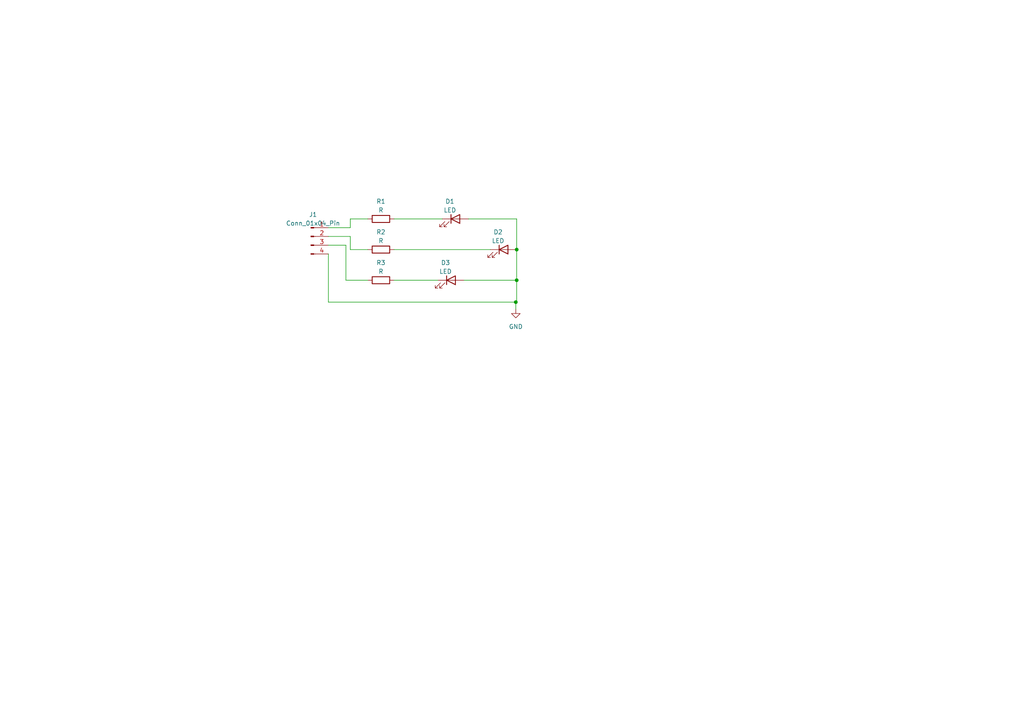
<source format=kicad_sch>
(kicad_sch (version 20230121) (generator eeschema)

  (uuid 1ca59ac0-ceb3-4433-99e2-26127921c805)

  (paper "A4")

  (title_block
    (date "2023-03-11")
  )

  (lib_symbols
    (symbol "Connector:Conn_01x04_Pin" (pin_names (offset 1.016) hide) (in_bom yes) (on_board yes)
      (property "Reference" "J" (at 0 5.08 0)
        (effects (font (size 1.27 1.27)))
      )
      (property "Value" "Conn_01x04_Pin" (at 0 -7.62 0)
        (effects (font (size 1.27 1.27)))
      )
      (property "Footprint" "" (at 0 0 0)
        (effects (font (size 1.27 1.27)) hide)
      )
      (property "Datasheet" "~" (at 0 0 0)
        (effects (font (size 1.27 1.27)) hide)
      )
      (property "ki_locked" "" (at 0 0 0)
        (effects (font (size 1.27 1.27)))
      )
      (property "ki_keywords" "connector" (at 0 0 0)
        (effects (font (size 1.27 1.27)) hide)
      )
      (property "ki_description" "Generic connector, single row, 01x04, script generated" (at 0 0 0)
        (effects (font (size 1.27 1.27)) hide)
      )
      (property "ki_fp_filters" "Connector*:*_1x??_*" (at 0 0 0)
        (effects (font (size 1.27 1.27)) hide)
      )
      (symbol "Conn_01x04_Pin_1_1"
        (polyline
          (pts
            (xy 1.27 -5.08)
            (xy 0.8636 -5.08)
          )
          (stroke (width 0.1524) (type default))
          (fill (type none))
        )
        (polyline
          (pts
            (xy 1.27 -2.54)
            (xy 0.8636 -2.54)
          )
          (stroke (width 0.1524) (type default))
          (fill (type none))
        )
        (polyline
          (pts
            (xy 1.27 0)
            (xy 0.8636 0)
          )
          (stroke (width 0.1524) (type default))
          (fill (type none))
        )
        (polyline
          (pts
            (xy 1.27 2.54)
            (xy 0.8636 2.54)
          )
          (stroke (width 0.1524) (type default))
          (fill (type none))
        )
        (rectangle (start 0.8636 -4.953) (end 0 -5.207)
          (stroke (width 0.1524) (type default))
          (fill (type outline))
        )
        (rectangle (start 0.8636 -2.413) (end 0 -2.667)
          (stroke (width 0.1524) (type default))
          (fill (type outline))
        )
        (rectangle (start 0.8636 0.127) (end 0 -0.127)
          (stroke (width 0.1524) (type default))
          (fill (type outline))
        )
        (rectangle (start 0.8636 2.667) (end 0 2.413)
          (stroke (width 0.1524) (type default))
          (fill (type outline))
        )
        (pin passive line (at 5.08 2.54 180) (length 3.81)
          (name "Pin_1" (effects (font (size 1.27 1.27))))
          (number "1" (effects (font (size 1.27 1.27))))
        )
        (pin passive line (at 5.08 0 180) (length 3.81)
          (name "Pin_2" (effects (font (size 1.27 1.27))))
          (number "2" (effects (font (size 1.27 1.27))))
        )
        (pin passive line (at 5.08 -2.54 180) (length 3.81)
          (name "Pin_3" (effects (font (size 1.27 1.27))))
          (number "3" (effects (font (size 1.27 1.27))))
        )
        (pin passive line (at 5.08 -5.08 180) (length 3.81)
          (name "Pin_4" (effects (font (size 1.27 1.27))))
          (number "4" (effects (font (size 1.27 1.27))))
        )
      )
    )
    (symbol "Device:LED" (pin_numbers hide) (pin_names (offset 1.016) hide) (in_bom yes) (on_board yes)
      (property "Reference" "D" (at 0 2.54 0)
        (effects (font (size 1.27 1.27)))
      )
      (property "Value" "LED" (at 0 -2.54 0)
        (effects (font (size 1.27 1.27)))
      )
      (property "Footprint" "" (at 0 0 0)
        (effects (font (size 1.27 1.27)) hide)
      )
      (property "Datasheet" "~" (at 0 0 0)
        (effects (font (size 1.27 1.27)) hide)
      )
      (property "ki_keywords" "LED diode" (at 0 0 0)
        (effects (font (size 1.27 1.27)) hide)
      )
      (property "ki_description" "Light emitting diode" (at 0 0 0)
        (effects (font (size 1.27 1.27)) hide)
      )
      (property "ki_fp_filters" "LED* LED_SMD:* LED_THT:*" (at 0 0 0)
        (effects (font (size 1.27 1.27)) hide)
      )
      (symbol "LED_0_1"
        (polyline
          (pts
            (xy -1.27 -1.27)
            (xy -1.27 1.27)
          )
          (stroke (width 0.254) (type default))
          (fill (type none))
        )
        (polyline
          (pts
            (xy -1.27 0)
            (xy 1.27 0)
          )
          (stroke (width 0) (type default))
          (fill (type none))
        )
        (polyline
          (pts
            (xy 1.27 -1.27)
            (xy 1.27 1.27)
            (xy -1.27 0)
            (xy 1.27 -1.27)
          )
          (stroke (width 0.254) (type default))
          (fill (type none))
        )
        (polyline
          (pts
            (xy -3.048 -0.762)
            (xy -4.572 -2.286)
            (xy -3.81 -2.286)
            (xy -4.572 -2.286)
            (xy -4.572 -1.524)
          )
          (stroke (width 0) (type default))
          (fill (type none))
        )
        (polyline
          (pts
            (xy -1.778 -0.762)
            (xy -3.302 -2.286)
            (xy -2.54 -2.286)
            (xy -3.302 -2.286)
            (xy -3.302 -1.524)
          )
          (stroke (width 0) (type default))
          (fill (type none))
        )
      )
      (symbol "LED_1_1"
        (pin passive line (at -3.81 0 0) (length 2.54)
          (name "K" (effects (font (size 1.27 1.27))))
          (number "1" (effects (font (size 1.27 1.27))))
        )
        (pin passive line (at 3.81 0 180) (length 2.54)
          (name "A" (effects (font (size 1.27 1.27))))
          (number "2" (effects (font (size 1.27 1.27))))
        )
      )
    )
    (symbol "Device:R" (pin_numbers hide) (pin_names (offset 0)) (in_bom yes) (on_board yes)
      (property "Reference" "R" (at 2.032 0 90)
        (effects (font (size 1.27 1.27)))
      )
      (property "Value" "R" (at 0 0 90)
        (effects (font (size 1.27 1.27)))
      )
      (property "Footprint" "" (at -1.778 0 90)
        (effects (font (size 1.27 1.27)) hide)
      )
      (property "Datasheet" "~" (at 0 0 0)
        (effects (font (size 1.27 1.27)) hide)
      )
      (property "ki_keywords" "R res resistor" (at 0 0 0)
        (effects (font (size 1.27 1.27)) hide)
      )
      (property "ki_description" "Resistor" (at 0 0 0)
        (effects (font (size 1.27 1.27)) hide)
      )
      (property "ki_fp_filters" "R_*" (at 0 0 0)
        (effects (font (size 1.27 1.27)) hide)
      )
      (symbol "R_0_1"
        (rectangle (start -1.016 -2.54) (end 1.016 2.54)
          (stroke (width 0.254) (type default))
          (fill (type none))
        )
      )
      (symbol "R_1_1"
        (pin passive line (at 0 3.81 270) (length 1.27)
          (name "~" (effects (font (size 1.27 1.27))))
          (number "1" (effects (font (size 1.27 1.27))))
        )
        (pin passive line (at 0 -3.81 90) (length 1.27)
          (name "~" (effects (font (size 1.27 1.27))))
          (number "2" (effects (font (size 1.27 1.27))))
        )
      )
    )
    (symbol "power:GND" (power) (pin_names (offset 0)) (in_bom yes) (on_board yes)
      (property "Reference" "#PWR" (at 0 -6.35 0)
        (effects (font (size 1.27 1.27)) hide)
      )
      (property "Value" "GND" (at 0 -3.81 0)
        (effects (font (size 1.27 1.27)))
      )
      (property "Footprint" "" (at 0 0 0)
        (effects (font (size 1.27 1.27)) hide)
      )
      (property "Datasheet" "" (at 0 0 0)
        (effects (font (size 1.27 1.27)) hide)
      )
      (property "ki_keywords" "global power" (at 0 0 0)
        (effects (font (size 1.27 1.27)) hide)
      )
      (property "ki_description" "Power symbol creates a global label with name \"GND\" , ground" (at 0 0 0)
        (effects (font (size 1.27 1.27)) hide)
      )
      (symbol "GND_0_1"
        (polyline
          (pts
            (xy 0 0)
            (xy 0 -1.27)
            (xy 1.27 -1.27)
            (xy 0 -2.54)
            (xy -1.27 -1.27)
            (xy 0 -1.27)
          )
          (stroke (width 0) (type default))
          (fill (type none))
        )
      )
      (symbol "GND_1_1"
        (pin power_in line (at 0 0 270) (length 0) hide
          (name "GND" (effects (font (size 1.27 1.27))))
          (number "1" (effects (font (size 1.27 1.27))))
        )
      )
    )
  )


  (junction (at 149.86 72.39) (diameter 0) (color 0 0 0 0)
    (uuid 30de196c-bd00-4c3d-8428-8decd1e18d88)
  )
  (junction (at 149.86 81.28) (diameter 0) (color 0 0 0 0)
    (uuid 35b1b2d7-8b9d-4dfb-919f-3ac6259f6165)
  )
  (junction (at 149.606 87.63) (diameter 0) (color 0 0 0 0)
    (uuid c3acd27b-b174-4d9d-a99e-90bad8de7e8b)
  )

  (wire (pts (xy 114.3 72.39) (xy 142.24 72.39))
    (stroke (width 0) (type default))
    (uuid 05a3eb24-09f9-4c1f-a1e8-fe840eb72839)
  )
  (wire (pts (xy 149.606 87.63) (xy 149.606 89.662))
    (stroke (width 0) (type default))
    (uuid 05afb1ef-081c-4149-a354-d3dfada9e1b3)
  )
  (wire (pts (xy 101.6 68.58) (xy 101.6 72.39))
    (stroke (width 0) (type default))
    (uuid 0fa8dbb1-b76b-4ac7-9c87-cdcb10e6190e)
  )
  (wire (pts (xy 149.86 63.5) (xy 135.89 63.5))
    (stroke (width 0) (type default))
    (uuid 125f3007-8ddd-441a-8c98-a5ec296fba08)
  )
  (wire (pts (xy 134.62 81.28) (xy 149.86 81.28))
    (stroke (width 0) (type default))
    (uuid 1838e9da-41d3-47c4-a584-029555afc16a)
  )
  (wire (pts (xy 95.25 87.63) (xy 95.25 73.66))
    (stroke (width 0) (type default))
    (uuid 366cda42-8822-41b2-a0aa-a1676ae35f27)
  )
  (wire (pts (xy 100.33 81.28) (xy 106.68 81.28))
    (stroke (width 0) (type default))
    (uuid 36ca7291-06b6-49b9-8fa9-82dea507d066)
  )
  (wire (pts (xy 149.86 81.28) (xy 149.86 72.39))
    (stroke (width 0) (type default))
    (uuid 43d7a370-8add-44c0-96bf-6e8f9a47c503)
  )
  (wire (pts (xy 114.3 63.5) (xy 128.27 63.5))
    (stroke (width 0) (type default))
    (uuid 4559d5c7-1eb1-4604-8711-80a1e4312e39)
  )
  (wire (pts (xy 95.25 87.63) (xy 149.606 87.63))
    (stroke (width 0) (type default))
    (uuid 6852be03-34ee-433a-8fe8-6c60b2853011)
  )
  (wire (pts (xy 101.6 63.5) (xy 106.68 63.5))
    (stroke (width 0) (type default))
    (uuid 6b715a88-0324-4fc6-86a9-44b57a21c7fe)
  )
  (wire (pts (xy 95.25 66.04) (xy 101.6 66.04))
    (stroke (width 0) (type default))
    (uuid 75d140c9-2eb1-4b55-adbf-02196bc666ba)
  )
  (wire (pts (xy 100.33 71.12) (xy 100.33 81.28))
    (stroke (width 0) (type default))
    (uuid 7a4ce8c1-020b-49fb-8030-8b364ad70996)
  )
  (wire (pts (xy 149.86 72.39) (xy 149.86 63.5))
    (stroke (width 0) (type default))
    (uuid 7af98895-0955-4fc5-9a9b-f26c9f4be182)
  )
  (wire (pts (xy 101.6 72.39) (xy 106.68 72.39))
    (stroke (width 0) (type default))
    (uuid 82fc480a-1228-4ab9-89b0-3abcbd6d8a50)
  )
  (wire (pts (xy 149.606 87.63) (xy 149.86 87.63))
    (stroke (width 0) (type default))
    (uuid c037a4e6-1772-4272-8847-c0e46a39d877)
  )
  (wire (pts (xy 114.3 81.28) (xy 127 81.28))
    (stroke (width 0) (type default))
    (uuid db20562c-1598-4007-b344-b0793f3b528f)
  )
  (wire (pts (xy 95.25 68.58) (xy 101.6 68.58))
    (stroke (width 0) (type default))
    (uuid e639a74e-b75b-43e1-8e17-ce7d03fd64f8)
  )
  (wire (pts (xy 101.6 66.04) (xy 101.6 63.5))
    (stroke (width 0) (type default))
    (uuid e69a8ae1-a487-414b-ac43-a657f9c8b8af)
  )
  (wire (pts (xy 95.25 71.12) (xy 100.33 71.12))
    (stroke (width 0) (type default))
    (uuid eb44bc0b-f6c4-4725-b598-e6e194fc3f81)
  )
  (wire (pts (xy 149.86 81.28) (xy 149.86 87.63))
    (stroke (width 0) (type default))
    (uuid ec9ab8e1-58bc-41f2-b016-a2b5c2ee2e8d)
  )

  (symbol (lib_id "Device:LED") (at 146.05 72.39 0) (unit 1)
    (in_bom yes) (on_board yes) (dnp no) (fields_autoplaced)
    (uuid 23b31a82-723f-4ba8-9a17-f9b60b5041dd)
    (property "Reference" "D2" (at 144.4625 67.31 0)
      (effects (font (size 1.27 1.27)))
    )
    (property "Value" "LED" (at 144.4625 69.85 0)
      (effects (font (size 1.27 1.27)))
    )
    (property "Footprint" "LED_THT:LED_D3.0mm" (at 146.05 72.39 0)
      (effects (font (size 1.27 1.27)) hide)
    )
    (property "Datasheet" "~" (at 146.05 72.39 0)
      (effects (font (size 1.27 1.27)) hide)
    )
    (pin "1" (uuid e4e0e861-e00c-4fca-9103-9a26a8245691))
    (pin "2" (uuid 1ad00b10-37e6-4edc-b626-c07f37194824))
    (instances
      (project "project"
        (path "/1ca59ac0-ceb3-4433-99e2-26127921c805"
          (reference "D2") (unit 1)
        )
      )
    )
  )

  (symbol (lib_id "Connector:Conn_01x04_Pin") (at 90.17 68.58 0) (unit 1)
    (in_bom yes) (on_board yes) (dnp no) (fields_autoplaced)
    (uuid 34f3feee-377b-4d09-abf4-1cc471714fe1)
    (property "Reference" "J1" (at 90.805 62.23 0)
      (effects (font (size 1.27 1.27)))
    )
    (property "Value" "Conn_01x04_Pin" (at 90.805 64.77 0)
      (effects (font (size 1.27 1.27)))
    )
    (property "Footprint" "Connector_PinHeader_1.00mm:PinHeader_1x04_P1.00mm_Vertical" (at 90.17 68.58 0)
      (effects (font (size 1.27 1.27)) hide)
    )
    (property "Datasheet" "~" (at 90.17 68.58 0)
      (effects (font (size 1.27 1.27)) hide)
    )
    (pin "1" (uuid 308f0e04-125d-4b07-83c9-587d152c4d29))
    (pin "2" (uuid f364df87-02f8-478b-a382-42518259ce34))
    (pin "3" (uuid 9ad9ad2c-a035-42a7-87f1-b30e459827a5))
    (pin "4" (uuid 924736af-4a1b-47ee-a781-a53a5fea7fbd))
    (instances
      (project "project"
        (path "/1ca59ac0-ceb3-4433-99e2-26127921c805"
          (reference "J1") (unit 1)
        )
      )
    )
  )

  (symbol (lib_id "Device:LED") (at 132.08 63.5 0) (unit 1)
    (in_bom yes) (on_board yes) (dnp no) (fields_autoplaced)
    (uuid 44d3f42d-1071-4612-bbf2-bb4e4df569d2)
    (property "Reference" "D1" (at 130.4925 58.42 0)
      (effects (font (size 1.27 1.27)))
    )
    (property "Value" "LED" (at 130.4925 60.96 0)
      (effects (font (size 1.27 1.27)))
    )
    (property "Footprint" "LED_THT:LED_D3.0mm" (at 132.08 63.5 0)
      (effects (font (size 1.27 1.27)) hide)
    )
    (property "Datasheet" "~" (at 132.08 63.5 0)
      (effects (font (size 1.27 1.27)) hide)
    )
    (pin "1" (uuid 43af8cc6-48cb-4036-96ae-7e35b8ab83c4))
    (pin "2" (uuid ab962483-e146-42a1-9268-c00c09169bf0))
    (instances
      (project "project"
        (path "/1ca59ac0-ceb3-4433-99e2-26127921c805"
          (reference "D1") (unit 1)
        )
      )
    )
  )

  (symbol (lib_id "Device:R") (at 110.49 72.39 90) (unit 1)
    (in_bom yes) (on_board yes) (dnp no) (fields_autoplaced)
    (uuid 5ec68da2-9893-492e-99e7-a09f0f0ff03d)
    (property "Reference" "R2" (at 110.49 67.31 90)
      (effects (font (size 1.27 1.27)))
    )
    (property "Value" "R" (at 110.49 69.85 90)
      (effects (font (size 1.27 1.27)))
    )
    (property "Footprint" "Resistor_THT:R_Axial_DIN0204_L3.6mm_D1.6mm_P5.08mm_Horizontal" (at 110.49 74.168 90)
      (effects (font (size 1.27 1.27)) hide)
    )
    (property "Datasheet" "~" (at 110.49 72.39 0)
      (effects (font (size 1.27 1.27)) hide)
    )
    (pin "1" (uuid add28b24-fc58-4862-8871-b68e271a7256))
    (pin "2" (uuid 164a23df-edf4-4811-b973-fdc01c5f7eb6))
    (instances
      (project "project"
        (path "/1ca59ac0-ceb3-4433-99e2-26127921c805"
          (reference "R2") (unit 1)
        )
      )
    )
  )

  (symbol (lib_id "Device:LED") (at 130.81 81.28 0) (unit 1)
    (in_bom yes) (on_board yes) (dnp no) (fields_autoplaced)
    (uuid 8c74e2df-b87c-4675-b7aa-e8b5ca3401cf)
    (property "Reference" "D3" (at 129.2225 76.2 0)
      (effects (font (size 1.27 1.27)))
    )
    (property "Value" "LED" (at 129.2225 78.74 0)
      (effects (font (size 1.27 1.27)))
    )
    (property "Footprint" "LED_THT:LED_D3.0mm" (at 130.81 81.28 0)
      (effects (font (size 1.27 1.27)) hide)
    )
    (property "Datasheet" "~" (at 130.81 81.28 0)
      (effects (font (size 1.27 1.27)) hide)
    )
    (pin "1" (uuid a8518cae-848c-4bc2-8218-11f987d73338))
    (pin "2" (uuid 04036414-40ff-48bf-a883-3ffe545743c8))
    (instances
      (project "project"
        (path "/1ca59ac0-ceb3-4433-99e2-26127921c805"
          (reference "D3") (unit 1)
        )
      )
    )
  )

  (symbol (lib_id "Device:R") (at 110.49 63.5 90) (unit 1)
    (in_bom yes) (on_board yes) (dnp no) (fields_autoplaced)
    (uuid 91a3b95a-101a-4b76-9fd2-9fd8e97a2ff1)
    (property "Reference" "R1" (at 110.49 58.42 90)
      (effects (font (size 1.27 1.27)))
    )
    (property "Value" "R" (at 110.49 60.96 90)
      (effects (font (size 1.27 1.27)))
    )
    (property "Footprint" "Resistor_THT:R_Axial_DIN0204_L3.6mm_D1.6mm_P5.08mm_Horizontal" (at 110.49 65.278 90)
      (effects (font (size 1.27 1.27)) hide)
    )
    (property "Datasheet" "~" (at 110.49 63.5 0)
      (effects (font (size 1.27 1.27)) hide)
    )
    (pin "1" (uuid bb784439-76c9-4fc0-9660-bfc1d3629d10))
    (pin "2" (uuid 94c90211-fb3f-44ba-aedb-2099515d504b))
    (instances
      (project "project"
        (path "/1ca59ac0-ceb3-4433-99e2-26127921c805"
          (reference "R1") (unit 1)
        )
      )
    )
  )

  (symbol (lib_id "Device:R") (at 110.49 81.28 90) (unit 1)
    (in_bom yes) (on_board yes) (dnp no) (fields_autoplaced)
    (uuid bde74923-dfa9-4820-a8ba-0c8b1bcbd891)
    (property "Reference" "R3" (at 110.49 76.2 90)
      (effects (font (size 1.27 1.27)))
    )
    (property "Value" "R" (at 110.49 78.74 90)
      (effects (font (size 1.27 1.27)))
    )
    (property "Footprint" "Resistor_THT:R_Axial_DIN0204_L3.6mm_D1.6mm_P5.08mm_Horizontal" (at 110.49 83.058 90)
      (effects (font (size 1.27 1.27)) hide)
    )
    (property "Datasheet" "~" (at 110.49 81.28 0)
      (effects (font (size 1.27 1.27)) hide)
    )
    (pin "1" (uuid 40c69bcf-a252-46aa-bd2b-525cbedd3a09))
    (pin "2" (uuid 3e70b36a-0646-47f6-8af0-7b672eea0eab))
    (instances
      (project "project"
        (path "/1ca59ac0-ceb3-4433-99e2-26127921c805"
          (reference "R3") (unit 1)
        )
      )
    )
  )

  (symbol (lib_id "power:GND") (at 149.606 89.662 0) (unit 1)
    (in_bom yes) (on_board yes) (dnp no) (fields_autoplaced)
    (uuid d191d164-5412-4ba3-81b8-6186f03fe616)
    (property "Reference" "#PWR01" (at 149.606 96.012 0)
      (effects (font (size 1.27 1.27)) hide)
    )
    (property "Value" "GND" (at 149.606 94.742 0)
      (effects (font (size 1.27 1.27)))
    )
    (property "Footprint" "" (at 149.606 89.662 0)
      (effects (font (size 1.27 1.27)) hide)
    )
    (property "Datasheet" "" (at 149.606 89.662 0)
      (effects (font (size 1.27 1.27)) hide)
    )
    (pin "1" (uuid 442d220a-ee8a-4c14-9c68-cc93c8b30b45))
    (instances
      (project "project"
        (path "/1ca59ac0-ceb3-4433-99e2-26127921c805"
          (reference "#PWR01") (unit 1)
        )
      )
    )
  )

  (sheet_instances
    (path "/" (page "1"))
  )
)

</source>
